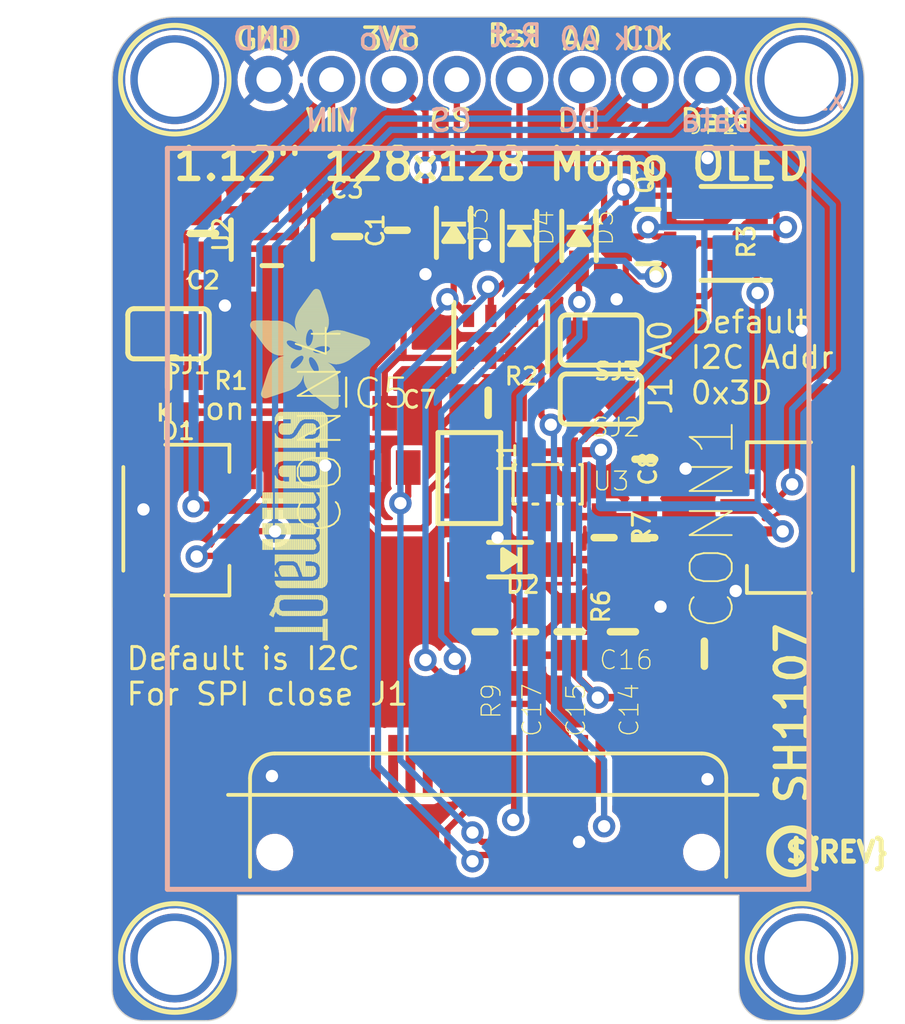
<source format=kicad_pcb>
(kicad_pcb (version 20221018) (generator pcbnew)
  (layers (0 "F.Cu" signal) (31 "B.Cu" signal) (34 "B.Paste" user) (35 "F.Paste" user) (36 "B.SilkS" user "B.Silkscreen") (37 "F.SilkS" user "F.Silkscreen") (38 "B.Mask" user) (39 "F.Mask" user) (44 "Edge.Cuts" user))
  (net 0 "")
  (net 1 "GND")
  (net 2 "SDA")
  (net 3 "SCL")
  (net 4 "3.3V")
  (net 5 "VCC")
  (net 6 "N$2")
  (net 7 "D0/SCLK/SCK_3.3V")
  (net 8 "D1/MOSI/SDA1_3.3V")
  (net 9 "N$9")
  (net 10 "CS_3.3V")
  (net 11 "RST_3.3V")
  (net 12 "DC/SA0_3.3V")
  (net 13 "CS_5.0V")
  (net 14 "RST_5.0V")
  (net 15 "DC/SA0_5.0V")
  (net 16 "N$10")
  (net 17 "N$15")
  (net 18 "12V")
  (net 19 "N$5")
  (net 20 "N$8")
  (net 21 "N$1")
  (footprint "working:RESPACK_4X0603" (layer "F.Cu") (at 149.0091 97.6376 180)
    (fp_text reference "R2")
    (fp_text value "10K")
  )
  (footprint "working:SOD-323" (layer "F.Cu") (at 152.1841 93.5482 -90)
    (fp_text reference "D5")
    (fp_text value "1N4148")
  )
  (footprint "working:0805-NO" (layer "F.Cu") (at 153.9621 109.5756 -90)
    (fp_text reference "C14")
    (fp_text value "10uF")
  )
  (footprint "working:PCBFEAT-REV-040" (layer "F.Cu") (at 160.8201 118.4656)
    (fp_text reference "U$25" hide)
    (fp_text value "" hide)
  )
  (footprint "working:0805-NO" (layer "F.Cu") (at 142.7861 93.5736 90)
    (fp_text reference "C3")
    (fp_text value "10uF")
  )
  (footprint "working:SOT363" (layer "F.Cu") (at 154.9781 93.5736 90)
    (fp_text reference "Q2")
    (fp_text value "BSS138")
  )
  (footprint "working:STEMMAQT" (layer "F.Cu") (at 139.3571 100.6856 -90)
    (fp_text reference "U$31" hide)
    (fp_text value "" hide)
  )
  (footprint "working:CHIPLED_0603_NOOUTLINE" (layer "F.Cu") (at 135.4201 100.6856 90)
    (fp_text reference "D1")
    (fp_text value "GREEN")
  )
  (footprint "working:MOUNTINGHOLE_3.0_PLATEDTHIN" (layer "F.Cu") (at 161.2011 122.7836)
    (fp_text reference "U$21" hide)
    (fp_text value "MOUNTINGHOLE3.0THIN" hide)
  )
  (footprint "working:MOUNTINGHOLE_3.0_PLATEDTHIN" (layer "F.Cu") (at 135.8011 122.7836)
    (fp_text reference "U$19" hide)
    (fp_text value "MOUNTINGHOLE3.0THIN" hide)
  )
  (footprint "working:SOD-123" (layer "F.Cu") (at 149.3901 106.6546 180)
    (fp_text reference "D2")
    (fp_text value "MBR120")
  )
  (footprint "working:FIDUCIAL_1MM" (layer "F.Cu") (at 162.0901 100.0125)
    (fp_text reference "FID4" hide)
    (fp_text value "FIDUCIAL_1MM" hide)
  )
  (footprint "working:0603-NO" (layer "F.Cu") (at 153.2001 105.7656 -90)
    (fp_text reference "R6")
    (fp_text value "100K")
  )
  (footprint "working:0603-NO" (layer "F.Cu") (at 150.0251 109.5756 -90)
    (fp_text reference "C17")
    (fp_text value "1uF")
  )
  (footprint "working:0805-NO" (layer "F.Cu") (at 151.8031 109.5756 -90)
    (fp_text reference "C15")
    (fp_text value "10uF")
  )
  (footprint "working:0603-NO" (layer "F.Cu") (at 135.5471 99.2886)
    (fp_text reference "R1")
    (fp_text value "10K")
  )
  (footprint "working:JST_SH4" (layer "F.Cu") (at 135.8011 105.0036 -90)
    (fp_text reference "CONN4")
    (fp_text value "STEMMA_I2C_QT" hide)
  )
  (footprint "working:SOLDERJUMPER_ARROW_NOPASTE" (layer "F.Cu") (at 153.0731 97.7646 180)
    (fp_text reference "SJ3")
    (fp_text value "")
  )
  (footprint "working:1X08_ROUND_76" (layer "F.Cu") (at 148.5011 87.2236 180)
    (fp_text reference "JP2")
    (fp_text value "")
  )
  (footprint "working:0603-NO" (layer "F.Cu") (at 148.3741 109.5756 -90)
    (fp_text reference "R9")
    (fp_text value "390K")
  )
  (footprint "working:0805-NO" (layer "F.Cu") (at 157.2641 110.4646 180)
    (fp_text reference "C16")
    (fp_text value "10uF")
  )
  (footprint "working:0805-NO" (layer "F.Cu") (at 136.9441 93.4466 -90)
    (fp_text reference "C2")
    (fp_text value "10uF")
  )
  (footprint "working:SOD-323" (layer "F.Cu") (at 149.7711 93.5482 -90)
    (fp_text reference "D4")
    (fp_text value "1N4148")
  )
  (footprint "working:SOD-323" (layer "F.Cu") (at 147.1041 93.4212 -90)
    (fp_text reference "D3")
    (fp_text value "1N4148")
  )
  (footprint "working:FIDUCIAL_1MM" (layer "F.Cu") (at 135.5471 117.3861)
    (fp_text reference "FID3" hide)
    (fp_text value "FIDUCIAL_1MM" hide)
  )
  (footprint "working:0603-NO" (layer "F.Cu") (at 154.8511 102.5906 -90)
    (fp_text reference "R7")
    (fp_text value "10K")
  )
  (footprint "working:SOT23-5@1" (layer "F.Cu") (at 150.9141 103.6066)
    (fp_text reference "U3")
    (fp_text value "FAN5331SX")
  )
  (footprint "working:INDUCTOR_1007" (layer "F.Cu") (at 147.7391 103.3526 -90)
    (fp_text reference "L1")
    (fp_text value "10uH")
  )
  (footprint "working:SOLDERJUMPER_ARROW_NOPASTE" (layer "F.Cu") (at 153.0731 100.155 180)
    (fp_text reference "SJ2")
    (fp_text value "")
  )
  (footprint "working:0603-NO" (layer "F.Cu") (at 154.8511 105.7656 90)
    (fp_text reference "C8")
    (fp_text value "0.1uF")
  )
  (footprint "working:ADAFRUIT_5MM" (layer "F.Cu") (at 138.8491 100.5586)
    (fp_text reference "U$8" hide)
    (fp_text value "" hide)
  )
  (footprint "working:0805-NO" (layer "F.Cu") (at 148.5011 100.3046 180)
    (fp_text reference "C7")
    (fp_text value "10uF")
  )
  (footprint "working:SOT23-5" (layer "F.Cu") (at 139.7381 93.7006 180)
    (fp_text reference "U2")
    (fp_text value "AP2112K-3.3")
  )
  (footprint "working:0603-NO" (layer "F.Cu") (at 144.8181 93.3196 90)
    (fp_text reference "C1")
    (fp_text value "0.1uF")
  )
  (footprint "working:MOUNTINGHOLE_3.0_PLATEDTHIN" (layer "F.Cu") (at 135.8011 87.2236)
    (fp_text reference "U$1" hide)
    (fp_text value "MOUNTINGHOLE3.0THIN" hide)
  )
  (footprint "working:MOUNTINGHOLE_3.0_PLATEDTHIN" (layer "F.Cu") (at 161.2011 87.2236)
    (fp_text reference "U$17" hide)
    (fp_text value "MOUNTINGHOLE3.0THIN" hide)
  )
  (footprint "working:SOLDERJUMPER_CLOSEDWIRE" (layer "F.Cu") (at 135.5471 97.5106 180)
    (fp_text reference "SJ1")
    (fp_text value "")
  )
  (footprint "working:RESPACK_4X0603" (layer "F.Cu") (at 158.5341 93.4466 90)
    (fp_text reference "R3")
    (fp_text value "10K")
  )
  (footprint "working:JST_SH4" (layer "F.Cu") (at 161.2011 105.0036 90)
    (fp_text reference "CONN1")
    (fp_text value "STEMMA_I2C_QT" hide)
  )
  (footprint "working:SOT23" (layer "F.Cu") (at 144.3101 101.8286)
    (fp_text reference "IC5")
    (fp_text value "APX803")
  )
  (footprint "working:OLED_1.12IN_128X128MONO" (layer "B.Cu") (at 148.5011 105.0036 180)
    (fp_text reference "X2")
    (fp_text value "OLED_1.12_128X128_MONO")
  )
  (gr_line (start 137.9601 116.1796) (end 159.4231 116.1796) (stroke (width 0.1524)) (layer "F.SilkS"))
  (gr_line (start 138.3411 124.0536) (end 138.3411 120.2436) (stroke (width 0.05)) (layer "Edge.Cuts"))
  (gr_arc (start 161.2011 84.6836) (mid 162.997151 85.427549) (end 163.7411 87.2236) (stroke (width 0.05)) (layer "Edge.Cuts"))
  (gr_arc (start 134.5311 125.3236) (mid 133.633074 124.951626) (end 133.2611 124.0536) (stroke (width 0.05)) (layer "Edge.Cuts"))
  (gr_arc (start 159.9311 125.3236) (mid 159.033074 124.951626) (end 158.6611 124.0536) (stroke (width 0.05)) (layer "Edge.Cuts"))
  (gr_line (start 138.3411 120.2436) (end 158.6611 120.2436) (stroke (width 0.05)) (layer "Edge.Cuts"))
  (gr_arc (start 163.7411 124.0536) (mid 163.369126 124.951626) (end 162.4711 125.3236) (stroke (width 0.05)) (layer "Edge.Cuts"))
  (gr_line (start 161.2011 84.6836) (end 135.8011 84.6836) (stroke (width 0.05)) (layer "Edge.Cuts"))
  (gr_line (start 133.2611 87.2236) (end 133.2611 124.0536) (stroke (width 0.05)) (layer "Edge.Cuts"))
  (gr_arc (start 133.2611 87.2236) (mid 134.005049 85.427549) (end 135.8011 84.6836) (stroke (width 0.05)) (layer "Edge.Cuts"))
  (gr_line (start 134.5311 125.3236) (end 137.0711 125.3236) (stroke (width 0.05)) (layer "Edge.Cuts"))
  (gr_line (start 159.9311 125.3236) (end 162.4711 125.3236) (stroke (width 0.05)) (layer "Edge.Cuts"))
  (gr_line (start 158.6611 120.2436) (end 158.6611 124.0536) (stroke (width 0.05)) (layer "Edge.Cuts"))
  (gr_arc (start 138.3411 124.0536) (mid 137.969126 124.951626) (end 137.0711 125.3236) (stroke (width 0.05)) (layer "Edge.Cuts"))
  (gr_line (start 163.7411 124.0536) (end 163.7411 87.2236) (stroke (width 0.05)) (layer "Edge.Cuts"))
  (gr_text "VIN" (at 142.1511 88.8746) (layer "B.SilkS") (effects (font (size 0.87376 0.87376) (thickness 0.14224)) (justify mirror)))
  (gr_text "A0" (at 152.1841 85.5726) (layer "B.SilkS") (effects (font (size 0.87376 0.87376) (thickness 0.14224)) (justify mirror)))
  (gr_text "GND" (at 139.4841 85.5726) (layer "B.SilkS") (effects (font (size 0.87376 0.87376) (thickness 0.14224)) (justify mirror)))
  (gr_text "Rst" (at 149.6441 85.4456) (layer "B.SilkS") (effects (font (size 0.87376 0.87376) (thickness 0.14224)) (justify mirror)))
  (gr_text "Clk" (at 154.5971 85.5726) (layer "B.SilkS") (effects (font (size 0.87376 0.87376) (thickness 0.14224)) (justify mirror)))
  (gr_text "CS" (at 146.9771 88.8746) (layer "B.SilkS") (effects (font (size 0.87376 0.87376) (thickness 0.14224)) (justify mirror)))
  (gr_text "DC" (at 152.1841 88.8746) (layer "B.SilkS") (effects (font (size 0.87376 0.87376) (thickness 0.14224)) (justify mirror)))
  (gr_text "3Vo" (at 144.4371 85.5726) (layer "B.SilkS") (effects (font (size 0.87376 0.87376) (thickness 0.14224)) (justify mirror)))
  (gr_text "Data" (at 157.7721 88.8746) (layer "B.SilkS") (effects (font (size 0.87376 0.87376) (thickness 0.14224)) (justify mirror)))
  (gr_text "DC" (at 152.1841 88.8746) (layer "F.SilkS") (effects (font (size 0.87376 0.87376) (thickness 0.14224))))
  (gr_text "Rst" (at 149.5171 85.4456) (layer "F.SilkS") (effects (font (size 0.87376 0.87376) (thickness 0.14224))))
  (gr_text "Clk" (at 154.9781 85.5726) (layer "F.SilkS") (effects (font (size 0.87376 0.87376) (thickness 0.14224))))
  (gr_text "VIN" (at 142.1511 88.8746) (layer "F.SilkS") (effects (font (size 0.87376 0.87376) (thickness 0.14224))))
  (gr_text "A0" (at 155.9941 98.6536 90) (layer "F.SilkS") (effects (font (size 0.89408 0.89408) (thickness 0.12192)) (justify left bottom)))
  (gr_text "Data" (at 157.7721 88.8746) (layer "F.SilkS") (effects (font (size 0.87376 0.87376) (thickness 0.14224))))
  (gr_text "1.12\" 128x128 Mono OLED" (at 148.6281 90.6526) (layer "F.SilkS") (effects (font (size 1.25222 1.25222) (thickness 0.22098))))
  (gr_text "Default is I2C\nFor SPI close J1" (at 133.7691 112.6236) (layer "F.SilkS") (effects (font (size 0.89408 0.89408) (thickness 0.12192)) (justify left bottom)))
  (gr_text "3Vo" (at 144.5641 85.5726) (layer "F.SilkS") (effects (font (size 0.87376 0.87376) (thickness 0.14224))))
  (gr_text "A0" (at 152.3111 85.5726) (layer "F.SilkS") (effects (font (size 0.87376 0.87376) (thickness 0.14224))))
  (gr_text "GND" (at 139.6111 85.5726) (layer "F.SilkS") (effects (font (size 0.87376 0.87376) (thickness 0.14224))))
  (gr_text "J1" (at 154.9781 99.1616 90) (layer "F.SilkS") (effects (font (size 0.89408 0.89408) (thickness 0.12192)) (justify right top)))
  (gr_text "Default\nI2C Addr\n0x3D" (at 156.6291 100.4316) (layer "F.SilkS") (effects (font (size 0.89408 0.89408) (thickness 0.12192)) (justify left bottom)))
  (gr_text "CS" (at 146.9771 88.8746) (layer "F.SilkS") (effects (font (size 0.87376 0.87376) (thickness 0.14224))))
  (gr_text "on" (at 136.9441 101.0666) (layer "F.SilkS") (effects (font (size 0.89408 0.89408) (thickness 0.12192)) (justify left bottom)))
  (gr_text "SH1107" (at 160.8201 112.8776 90) (layer "F.SilkS") (effects (font (size 1.25222 1.25222) (thickness 0.22098))))
  (via (at 152.1841 118.0846) (size 0.9064) (drill 0.5) (layers "F.Cu" "B.Cu") (net 1))
  (via (at 161.2011 97.3836) (size 0.9064) (drill 0.5) (layers "F.Cu" "B.Cu") (net 1))
  (via (at 145.9611 95.0976) (size 0.9064) (drill 0.5) (layers "F.Cu" "B.Cu") (net 1))
  (via (at 148.8821 105.7656) (size 0.9064) (drill 0.5) (layers "F.Cu" "B.Cu") (net 1))
  (via (at 137.8331 96.3676) (size 0.9064) (drill 0.5) (layers "F.Cu" "B.Cu") (net 1))
  (via (at 141.8971 102.8446) (size 0.9064) (drill 0.5) (layers "F.Cu" "B.Cu") (net 1))
  (via (at 134.5311 104.6226) (size 0.9064) (drill 0.5) (layers "F.Cu" "B.Cu") (net 1))
  (via (at 157.3911 115.5446) (size 0.9064) (drill 0.5) (layers "F.Cu" "B.Cu") (net 1))
  (via (at 148.3741 93.9546) (size 0.9064) (drill 0.5) (layers "F.Cu" "B.Cu") (net 1))
  (via (at 157.3911 90.3986) (size 0.9064) (drill 0.5) (layers "F.Cu" "B.Cu") (net 1))
  (via (at 153.7081 96.1136) (size 0.9064) (drill 0.5) (layers "F.Cu" "B.Cu") (net 1))
  (via (at 155.4861 108.5596) (size 0.9064) (drill 0.5) (layers "F.Cu" "B.Cu") (net 1))
  (via (at 156.5021 102.9716) (size 0.9064) (drill 0.5) (layers "F.Cu" "B.Cu") (net 1))
  (via (at 139.7381 115.4176) (size 0.9064) (drill 0.5) (layers "F.Cu" "B.Cu") (net 1))
  (via (at 158.5341 107.9246) (size 0.9064) (drill 0.5) (layers "F.Cu" "B.Cu") (net 1))
  (segment (start 156.264875 93.0434) (end 156.268075 93.0466) (width 0.254) (layer "F.Cu") (net 2))
  (segment (start 158.5341 92.5576) (end 158.5341 88.3666) (width 0.254) (layer "F.Cu") (net 2))
  (segment (start 155.8781 92.8236) (end 156.0979 93.0434) (width 0.254) (layer "F.Cu") (net 2))
  (segment (start 158.0451 93.0466) (end 158.5341 92.5576) (width 0.254) (layer "F.Cu") (net 2))
  (segment (start 138.3151 105.5036) (end 139.8571 105.5036) (width 0.254) (layer "F.Cu") (net 2))
  (segment (start 159.9231 104.5036) (end 158.6871 104.5036) (width 0.254) (layer "F.Cu") (net 2))
  (segment (start 156.268075 93.0466) (end 157.6841 93.0466) (width 0.254) (layer "F.Cu") (net 2))
  (segment (start 156.0979 93.0434) (end 156.264875 93.0434) (width 0.254) (layer "F.Cu") (net 2))
  (segment (start 157.6841 93.0466) (end 158.0451 93.0466) (width 0.254) (layer "F.Cu") (net 2))
  (segment (start 158.5341 88.3666) (end 157.3911 87.2236) (width 0.254) (layer "F.Cu") (net 2))
  (segment (start 160.8201 103.6066) (end 159.9231 104.5036) (width 0.254) (layer "F.Cu") (net 2))
  (segment (start 139.8571 105.5036) (end 139.8651 105.5116) (width 0.254) (layer "F.Cu") (net 2))
  (via (at 160.8201 103.6066) (size 0.9064) (drill 0.5) (layers "F.Cu" "B.Cu") (net 2))
  (via (at 139.8651 105.5116) (size 0.9064) (drill 0.5) (layers "F.Cu" "B.Cu") (net 2))
  (segment (start 144.5641 89.2556) (end 155.8671 89.2556) (width 0.254) (layer "B.Cu") (net 2))
  (segment (start 162.4711 98.9076) (end 160.8201 100.5586) (width 0.254) (layer "B.Cu") (net 2))
  (segment (start 160.8201 100.5586) (end 160.8201 103.6066) (width 0.254) (layer "B.Cu") (net 2))
  (segment (start 162.4711 92.3036) (end 162.4711 98.9076) (width 0.254) (layer "B.Cu") (net 2))
  (segment (start 157.3911 87.2236) (end 157.6451 87.4776) (width 0.254) (layer "B.Cu") (net 2))
  (segment (start 139.8651 105.5116) (end 139.8651 93.9546) (width 0.254) (layer "B.Cu") (net 2))
  (segment (start 139.8651 93.9546) (end 144.5641 89.2556) (width 0.254) (layer "B.Cu") (net 2))
  (segment (start 155.8671 89.2556) (end 157.6451 87.4776) (width 0.254) (layer "B.Cu") (net 2))
  (segment (start 157.6451 87.4776) (end 162.4711 92.3036) (width 0.254) (layer "B.Cu") (net 2))
  (segment (start 157.6841 102.5006) (end 157.6841 95.6936) (width 0.254) (layer "F.Cu") (net 3))
  (segment (start 158.6871 103.5036) (end 157.6841 102.5006) (width 0.254) (layer "F.Cu") (net 3))
  (segment (start 154.8511 88.6206) (end 154.8511 87.2236) (width 0.254) (layer "F.Cu") (net 3))
  (segment (start 153.3151 94.3236) (end 153.2001 94.2086) (width 0.254) (layer "F.Cu") (net 3))
  (segment (start 157.6841 95.6936) (end 157.3911 95.9866) (width 0.254) (layer "F.Cu") (net 3))
  (segment (start 136.7141 106.5036) (end 136.6901 106.5276) (width 0.254) (layer "F.Cu") (net 3))
  (segment (start 157.3911 95.9866) (end 154.9781 95.9866) (width 0.254) (layer "F.Cu") (net 3))
  (segment (start 154.0781 94.3236) (end 153.3151 94.3236) (width 0.254) (layer "F.Cu") (net 3))
  (segment (start 154.0781 95.0866) (end 154.0781 94.3236) (width 0.254) (layer "F.Cu") (net 3))
  (segment (start 153.2001 90.2716) (end 154.8511 88.6206) (width 0.254) (layer "F.Cu") (net 3))
  (segment (start 157.6841 95.6936) (end 157.6841 94.7466) (width 0.254) (layer "F.Cu") (net 3))
  (segment (start 154.9781 95.9866) (end 154.0781 95.0866) (width 0.254) (layer "F.Cu") (net 3))
  (segment (start 138.3151 106.5036) (end 136.7141 106.5036) (width 0.254) (layer "F.Cu") (net 3))
  (segment (start 153.2001 94.2086) (end 153.2001 90.2716) (width 0.254) (layer "F.Cu") (net 3))
  (via (at 136.6901 106.5276) (size 0.9064) (drill 0.5) (layers "F.Cu" "B.Cu") (net 3))
  (segment (start 139.2301 93.943019) (end 144.374718 88.7984) (width 0.254) (layer "B.Cu") (net 3))
  (segment (start 153.2763 88.7984) (end 154.8511 87.2236) (width 0.254) (layer "B.Cu") (net 3))
  (segment (start 144.374718 88.7984) (end 153.2763 88.7984) (width 0.254) (layer "B.Cu") (net 3))
  (segment (start 139.2301 103.9876) (end 139.2301 93.943019) (width 0.254) (layer "B.Cu") (net 3))
  (segment (start 136.6901 106.5276) (end 139.2301 103.9876) (width 0.254) (layer "B.Cu") (net 3))
  (segment (start 146.8501 119.1006) (end 147.4851 119.7356) (width 0.254) (layer "F.Cu") (net 4))
  (segment (start 146.8501 117.5766) (end 146.8501 119.1006) (width 0.254) (layer "F.Cu") (net 4))
  (segment (start 142.7861 94.5236) (end 143.1401 94.1696) (width 0.3048) (layer "F.Cu") (net 4))
  (segment (start 153.8351 112.2426) (end 152.9461 112.2426) (width 0.3048) (layer "F.Cu") (net 4))
  (segment (start 151.8031 110.5256) (end 150.0861 110.5256) (width 0.3048) (layer "F.Cu") (net 4))
  (segment (start 145.0721 98.4876) (end 144.8571 98.4876) (width 0.254) (layer "F.Cu") (net 4))
  (segment (start 145.9611 93.1926) (end 144.8181 94.3356) (width 0.254) (layer "F.Cu") (net 4))
  (segment (start 151.8031 111.0996) (end 151.8031 110.5256) (width 0.3048) (layer "F.Cu") (net 4))
  (segment (start 147.4851 119.7356) (end 153.2001 119.7356) (width 0.254) (layer "F.Cu") (net 4))
  (segment (start 136.1701 100.6856) (end 144.2671 100.6856) (width 0.3048) (layer "F.Cu") (net 4))
  (segment (start 155.2431 93.5736) (end 154.9781 93.3086) (width 0.254) (layer "F.Cu") (net 4))
  (segment (start 151.8031 111.0996) (end 152.7556 112.0521) (width 0.3048) (layer "F.Cu") (net 4))
  (segment (start 140.6881 95.0007) (end 141.1652 94.5236) (width 0.3048) (layer "F.Cu") (net 4))
  (segment (start 160.1851 93.7006) (end 160.1851 93.1926) (width 0.254) (layer "F.Cu") (net 4))
  (segment (start 144.3101 99.0346) (end 144.3101 100.7286) (width 0.254) (layer "F.Cu") (net 4))
  (segment (start 143.1401 94.1696) (end 144.8181 94.1696) (width 0.3048) (layer "F.Cu") (net 4))
  (segment (start 160.0391 93.8466) (end 160.1851 93.7006) (width 0.254) (layer "F.Cu") (net 4))
  (segment (start 155.8781 93.5736) (end 155.2431 93.5736) (width 0.254) (layer "F.Cu") (net 4))
  (segment (start 160.1851 92.6846) (end 159.6471 92.1466) (width 0.254) (layer "F.Cu") (net 4))
  (segment (start 152.7556 112.0521) (end 152.9461 112.2426) (width 0.254) (layer "F.Cu") (net 4))
  (segment (start 154.9781 93.3086) (end 154.7131 93.5736) (width 0.254) (layer "F.Cu") (net 4))
  (segment (start 144.6911 87.2236) (end 145.9611 88.4936) (width 0.254) (layer "F.Cu") (net 4))
  (segment (start 144.8181 94.1696) (end 144.8181 94.3356) (width 0.3048) (layer "F.Cu") (net 4))
  (segment (start 145.9611 90.7796) (end 145.9611 93.1926) (width 0.254) (layer "F.Cu") (net 4))
  (segment (start 145.9611 88.4936) (end 145.9611 90.7796) (width 0.254) (layer "F.Cu") (net 4))
  (segment (start 148.1511 115.0036) (end 148.1511 116.2756) (width 0.254) (layer "F.Cu") (net 4))
  (segment (start 141.1652 94.5236) (end 142.7861 94.5236) (width 0.3048) (layer "F.Cu") (net 4))
  (segment (start 145.0721 94.4236) (end 145.0721 98.4876) (width 0.254) (layer "F.Cu") (net 4))
  (segment (start 149.4091 98.4876) (end 149.4091 97.9996) (width 0.254) (layer "F.Cu") (net 4))
  (segment (start 147.7091 98.4876) (end 145.0721 98.4876) (width 0.254) (layer "F.Cu") (net 4))
  (segment (start 144.8571 98.4876) (end 144.3101 99.0346) (width 0.254) (layer "F.Cu") (net 4))
  (segment (start 154.7131 93.5736) (end 154.0781 93.5736) (width 0.254) (layer "F.Cu") (net 4))
  (segment (start 149.4091 97.9996) (end 150.3091 97.0996) (width 0.254) (layer "F.Cu") (net 4))
  (segment (start 150.0861 110.5256) (end 150.0251 110.4646) (width 0.3048) (layer "F.Cu") (net 4))
  (segment (start 154.4511 112.8586) (end 153.8351 112.2426) (width 0.3048) (layer "F.Cu") (net 4))
  (segment (start 144.8181 94.1696) (end 145.0721 94.4236) (width 0.254) (layer "F.Cu") (net 4))
  (segment (start 159.6471 92.1466) (end 159.3841 92.1466) (width 0.254) (layer "F.Cu") (net 4))
  (segment (start 160.1851 93.1926) (end 160.1851 92.6846) (width 0.254) (layer "F.Cu") (net 4))
  (segment (start 150.0251 110.4646) (end 150.0251 110.4256) (width 0.3048) (layer "F.Cu") (net 4))
  (segment (start 148.6091 98.4876) (end 149.4091 98.4876) (width 0.3048) (layer "F.Cu") (net 4))
  (segment (start 154.4511 118.4846) (end 154.4511 115.0036) (width 0.254) (layer "F.Cu") (net 4))
  (segment (start 148.1511 116.2756) (end 146.8501 117.5766) (width 0.254) (layer "F.Cu") (net 4))
  (segment (start 147.7091 98.4876) (end 148.6091 98.4876) (width 0.3048) (layer "F.Cu") (net 4))
  (segment (start 154.9781 93.1926) (end 154.9781 93.3086) (width 0.254) (layer "F.Cu") (net 4))
  (segment (start 160.5661 93.1926) (end 160.1851 93.1926) (width 0.254) (layer "F.Cu") (net 4))
  (segment (start 159.3841 93.8466) (end 160.0391 93.8466) (width 0.254) (layer "F.Cu") (net 4))
  (segment (start 153.2001 119.7356) (end 154.4511 118.4846) (width 0.254) (layer "F.Cu") (net 4))
  (segment (start 154.4511 115.0036) (end 154.4511 112.8586) (width 0.3048) (layer "F.Cu") (net 4))
  (segment (start 144.2671 100.6856) (end 144.3101 100.7286) (width 0.3048) (layer "F.Cu") (net 4))
  (segment (start 150.3091 97.0996) (end 150.3091 96.7876) (width 0.254) (layer "F.Cu") (net 4))
  (segment (start 148.1511 115.0036) (end 148.8511 115.0036) (width 0.3048) (layer "F.Cu") (net 4))
  (via (at 145.9611 90.7796) (size 0.9064) (drill 0.5) (layers "F.Cu" "B.Cu") (net 4))
  (via (at 154.9781 93.1926) (size 0.9064) (drill 0.5) (layers "F.Cu" "B.Cu") (net 4))
  (via (at 160.5661 93.1926) (size 0.9064) (drill 0.5) (layers "F.Cu" "B.Cu") (net 4))
  (via (at 152.9461 112.2426) (size 0.9064) (drill 0.5) (layers "F.Cu" "B.Cu") (net 4))
  (segment (start 155.6131 91.2876) (end 155.6131 93.1926) (width 0.254) (layer "B.Cu") (net 4))
  (segment (start 152.9461 112.2426) (end 152.1841 111.4806) (width 0.254) (layer "B.Cu") (net 4))
  (segment (start 157.2641 96.8756) (end 152.1841 101.9556) (width 0.254) (layer "B.Cu") (net 4))
  (segment (start 154.7241 90.3986) (end 155.6131 91.2876) (width 0.254) (layer "B.Cu") (net 4))
  (segment (start 154.9781 93.1926) (end 155.6131 93.1926) (width 0.254) (layer "B.Cu") (net 4))
  (segment (start 146.3421 90.3986) (end 154.7241 90.3986) (width 0.254) (layer "B.Cu") (net 4))
  (segment (start 157.2641 93.1926) (end 160.5661 93.1926) (width 0.254) (layer "B.Cu") (net 4))
  (segment (start 152.1841 111.4806) (end 152.1841 101.9556) (width 0.254) (layer "B.Cu") (net 4))
  (segment (start 157.2641 93.1926) (end 157.2641 96.8756) (width 0.254) (layer "B.Cu") (net 4))
  (segment (start 145.9611 90.7796) (end 146.3421 90.3986) (width 0.254) (layer "B.Cu") (net 4))
  (segment (start 155.6131 93.1926) (end 157.2641 93.1926) (width 0.254) (layer "B.Cu") (net 4))
  (segment (start 160.4391 105.5116) (end 158.6951 105.5116) (width 0.4064) (layer "F.Cu") (net 5))
  (segment (start 146.0881 105.1306) (end 146.0881 103.8766) (width 0.254) (layer "F.Cu") (net 5))
  (segment (start 147.82 102.3065) (end 149.9641 102.3065) (width 0.3048) (layer "F.Cu") (net 5))
  (segment (start 159.3841 93.0466) (end 158.9341 93.0466) (width 0.254) (layer "F.Cu") (net 5))
  (segment (start 149.802 102.3065) (end 149.4511 101.9556) (width 0.3048) (layer "F.Cu") (net 5))
  (segment (start 151.2951 102.3065) (end 151.8641 102.3065) (width 0.3048) (layer "F.Cu") (net 5))
  (segment (start 149.4511 101.9556) (end 149.4511 100.3046) (width 0.3048) (layer "F.Cu") (net 5))
  (segment (start 138.692 92.4966) (end 136.9441 92.4966) (width 0.3048) (layer "F.Cu") (net 5))
  (segment (start 144.1831 105.3846) (end 145.8341 105.3846) (width 0.254) (layer "F.Cu") (net 5))
  (segment (start 140.6881 93.3856) (end 140.6881 92.4005) (width 0.3048) (layer "F.Cu") (net 5))
  (segment (start 152.9762 102.3065) (end 153.0731 102.2096) (width 0.4064) (layer "F.Cu") (net 5))
  (segment (start 143.3021 104.5036) (end 144.1831 105.3846) (width 0.254) (layer "F.Cu") (net 5))
  (segment (start 147.7391 102.2256) (end 147.82 102.3065) (width 0.3048) (layer "F.Cu") (net 5))
  (segment (start 142.1511 87.2236) (end 142.1511 90.0176) (width 0.3048) (layer "F.Cu") (net 5))
  (segment (start 159.3841 95.8206) (end 159.4231 95.8596) (width 0.254) (layer "F.Cu") (net 5))
  (segment (start 138.7881 92.4005) (end 138.692 92.4966) (width 0.3048) (layer "F.Cu") (net 5))
  (segment (start 145.8341 105.3846) (end 146.0881 105.1306) (width 0.254) (layer "F.Cu") (net 5))
  (segment (start 159.3841 94.7466) (end 159.3841 95.8206) (width 0.254) (layer "F.Cu") (net 5))
  (segment (start 151.8641 102.3065) (end 149.802 102.3065) (width 0.3048) (layer "F.Cu") (net 5))
  (segment (start 140.6881 91.4806) (end 140.6881 92.4005) (width 0.3048) (layer "F.Cu") (net 5))
  (segment (start 142.1511 90.0176) (end 140.6881 91.4806) (width 0.3048) (layer "F.Cu") (net 5))
  (segment (start 138.7881 92.4005) (end 138.7881 93.3856) (width 0.3048) (layer "F.Cu") (net 5))
  (segment (start 140.5001 93.5736) (end 140.6881 93.3856) (width 0.3048) (layer "F.Cu") (net 5))
  (segment (start 158.5341 94.4626) (end 158.8181 94.7466) (width 0.254) (layer "F.Cu") (net 5))
  (segment (start 149.9641 102.3065) (end 151.2951 102.3065) (width 0.3048) (layer "F.Cu") (net 5))
  (segment (start 138.3151 104.5036) (end 143.3021 104.5036) (width 0.254) (layer "F.Cu") (net 5))
  (segment (start 158.8181 94.7466) (end 159.3841 94.7466) (width 0.254) (layer "F.Cu") (net 5))
  (segment (start 136.5711 104.5036) (end 136.5631 104.4956) (width 0.4064) (layer "F.Cu") (net 5))
  (segment (start 138.9761 93.5736) (end 140.5001 93.5736) (width 0.3048) (layer "F.Cu") (net 5))
  (segment (start 151.2951 102.3065) (end 152.9762 102.3065) (width 0.4064) (layer "F.Cu") (net 5))
  (segment (start 158.9341 93.0466) (end 158.5341 93.4466) (width 0.254) (layer "F.Cu") (net 5))
  (segment (start 136.5711 104.5036) (end 138.3151 104.5036) (width 0.4064) (layer "F.Cu") (net 5))
  (segment (start 146.0881 103.8766) (end 147.7391 102.2256) (width 0.254) (layer "F.Cu") (net 5))
  (segment (start 138.7881 93.3856) (end 138.9761 93.5736) (width 0.3048) (layer "F.Cu") (net 5))
  (segment (start 158.6951 105.5116) (end 158.6871 105.5036) (width 0.4064) (layer "F.Cu") (net 5))
  (segment (start 158.5341 93.4466) (end 158.5341 94.4626) (width 0.254) (layer "F.Cu") (net 5))
  (via (at 136.5631 104.4956) (size 0.9064) (drill 0.5) (layers "F.Cu" "B.Cu") (net 5))
  (via (at 159.4231 95.8596) (size 0.9064) (drill 0.5) (layers "F.Cu" "B.Cu") (net 5))
  (via (at 160.4391 105.5116) (size 0.9064) (drill 0.5) (layers "F.Cu" "B.Cu") (net 5))
  (via (at 153.0731 102.2096) (size 0.9064) (drill 0.5) (layers "F.Cu" "B.Cu") (net 5))
  (segment (start 153.0731 104.4956) (end 159.4231 104.4956) (width 0.4064) (layer "B.Cu") (net 5))
  (segment (start 159.4231 95.8596) (end 159.4231 104.4956) (width 0.254) (layer "B.Cu") (net 5))
  (segment (start 142.1511 87.9856) (end 136.5631 93.5736) (width 0.4064) (layer "B.Cu") (net 5))
  (segment (start 142.1511 87.2236) (end 142.1511 87.9856) (width 0.4064) (layer "B.Cu") (net 5))
  (segment (start 153.0731 102.2096) (end 153.0731 104.4956) (width 0.4064) (layer "B.Cu") (net 5))
  (segment (start 159.4231 104.4956) (end 160.4391 105.5116) (width 0.4064) (layer "B.Cu") (net 5))
  (segment (start 136.5631 104.4956) (end 136.5631 93.5736) (width 0.4064) (layer "B.Cu") (net 5))
  (segment (start 134.6971 99.2886) (end 134.6971 100.6586) (width 0.3048) (layer "F.Cu") (net 6))
  (segment (start 134.6971 100.6586) (end 134.6701 100.6856) (width 0.3048) (layer "F.Cu") (net 6))
  (segment (start 156.9911 93.8466) (end 157.6841 93.8466) (width 0.254) (layer "F.Cu") (net 7))
  (segment (start 147.4511 110.9737) (end 147.15005 110.67265) (width 0.254) (layer "F.Cu") (net 7))
  (segment (start 155.20855 95.10915) (end 155.9941 94.3236) (width 0.254) (layer "F.Cu") (net 7))
  (segment (start 147.4511 115.0036) (end 147.4511 110.9737) (width 0.254) (layer "F.Cu") (net 7))
  (segment (start 155.9941 94.3236) (end 156.5141 94.3236) (width 0.254) (layer "F.Cu") (net 7))
  (segment (start 155.8781 94.3236) (end 155.9941 94.3236) (width 0.254) (layer "F.Cu") (net 7))
  (segment (start 156.5141 94.3236) (end 156.9911 93.8466) (width 0.254) (layer "F.Cu") (net 7))
  (segment (start 155.2906 95.1912) (end 155.20855 95.10915) (width 0.254) (layer "F.Cu") (net 7))
  (via (at 155.2906 95.1912) (size 0.9064) (drill 0.5) (layers "F.Cu" "B.Cu") (net 7))
  (via (at 147.15005 110.67265) (size 0.9064) (drill 0.5) (layers "F.Cu" "B.Cu") (net 7))
  (segment (start 154.6556 95.1912) (end 154.0206 94.5562) (width 0.254) (layer "B.Cu") (net 7))
  (segment (start 154.0206 94.5562) (end 152.7255 94.5562) (width 0.254) (layer "B.Cu") (net 7))
  (segment (start 154.6556 95.1912) (end 155.2906 95.1912) (width 0.254) (layer "B.Cu") (net 7))
  (segment (start 146.5961 100.6856) (end 146.5961 109.7377) (width 0.254) (layer "B.Cu") (net 7))
  (segment (start 147.15005 110.67265) (end 147.15005 110.29165) (width 0.254) (layer "B.Cu") (net 7))
  (segment (start 146.5961 100.6856) (end 152.7255 94.5562) (width 0.254) (layer "B.Cu") (net 7))
  (segment (start 147.15005 110.29165) (end 146.5961 109.7377) (width 0.254) (layer "B.Cu") (net 7))
  (segment (start 154.9791 91.9226) (end 157.4601 91.9226) (width 0.254) (layer "F.Cu") (net 8))
  (segment (start 153.9835 91.6686) (end 154.0781 91.7632) (width 0.254) (layer "F.Cu") (net 8))
  (segment (start 157.4601 91.9226) (end 157.6841 92.1466) (width 0.254) (layer "F.Cu") (net 8))
  (segment (start 154.0781 92.8236) (end 154.9791 91.9226) (width 0.254) (layer "F.Cu") (net 8))
  (segment (start 154.0781 91.7632) (end 154.0781 92.8236) (width 0.254) (layer "F.Cu") (net 8))
  (segment (start 146.7511 111.5086) (end 145.9611 110.7186) (width 0.254) (layer "F.Cu") (net 8))
  (segment (start 146.7511 115.0036) (end 146.7511 111.5086) (width 0.254) (layer "F.Cu") (net 8))
  (via (at 153.9835 91.6686) (size 0.9064) (drill 0.5) (layers "F.Cu" "B.Cu") (net 8))
  (via (at 145.9611 110.7186) (size 0.9064) (drill 0.5) (layers "F.Cu" "B.Cu") (net 8))
  (segment (start 145.9611 99.691) (end 145.9611 110.7186) (width 0.254) (layer "B.Cu") (net 8))
  (segment (start 145.9611 99.691) (end 153.9835 91.6686) (width 0.254) (layer "B.Cu") (net 8))
  (segment (start 151.2725 101.1936) (end 151.0411 101.1936) (width 0.254) (layer "F.Cu") (net 9))
  (segment (start 151.0411 101.1936) (end 150.6601 100.8126) (width 0.254) (layer "F.Cu") (net 9))
  (segment (start 153.0511 115.0036) (end 153.2001 115.1526) (width 0.254) (layer "F.Cu") (net 9))
  (segment (start 150.6601 100.8126) (end 150.6601 98.8386) (width 0.254) (layer "F.Cu") (net 9))
  (segment (start 153.2001 115.1526) (end 153.2001 117.4496) (width 0.254) (layer "F.Cu") (net 9))
  (segment (start 152.0571 100.409) (end 151.2725 101.1936) (width 0.254) (layer "F.Cu") (net 9))
  (segment (start 150.6601 98.8386) (end 150.3091 98.4876) (width 0.254) (layer "F.Cu") (net 9))
  (segment (start 152.0571 100.155) (end 152.0571 100.409) (width 0.254) (layer "F.Cu") (net 9))
  (via (at 153.2001 117.4496) (size 0.9064) (drill 0.5) (layers "F.Cu" "B.Cu") (net 9))
  (via (at 151.0411 101.1936) (size 0.9064) (drill 0.5) (layers "F.Cu" "B.Cu") (net 9))
  (segment (start 153.2001 114.7826) (end 151.1681 112.7506) (width 0.254) (layer "B.Cu") (net 9))
  (segment (start 151.1681 101.3206) (end 151.1681 112.7506) (width 0.254) (layer "B.Cu") (net 9))
  (segment (start 153.2001 117.4496) (end 153.2001 114.7826) (width 0.254) (layer "B.Cu") (net 9))
  (segment (start 151.1681 101.3206) (end 151.0411 101.1936) (width 0.254) (layer "B.Cu") (net 9))
  (segment (start 147.1041 94.6912) (end 147.1041 96.1826) (width 0.254) (layer "F.Cu") (net 10))
  (segment (start 147.2601 96.3386) (end 147.7091 96.7876) (width 0.254) (layer "F.Cu") (net 10))
  (segment (start 147.2601 96.3386) (end 147.0751 96.3386) (width 0.254) (layer "F.Cu") (net 10))
  (segment (start 150.5117 118.614) (end 150.9511 118.1746) (width 0.254) (layer "F.Cu") (net 10))
  (segment (start 150.5117 118.614) (end 148.1201 118.614) (width 0.254) (layer "F.Cu") (net 10))
  (segment (start 147.1041 96.1826) (end 147.2601 96.3386) (width 0.254) (layer "F.Cu") (net 10))
  (segment (start 150.9511 118.1746) (end 150.9511 115.0036) (width 0.254) (layer "F.Cu") (net 10))
  (segment (start 147.0751 96.3386) (end 146.8501 96.1136) (width 0.254) (layer "F.Cu") (net 10))
  (segment (start 147.8661 118.868) (end 148.1201 118.614) (width 0.254) (layer "F.Cu") (net 10))
  (via (at 146.8501 96.1136) (size 0.9064) (drill 0.5) (layers "F.Cu" "B.Cu") (net 10))
  (via (at 147.8661 118.868) (size 0.9064) (drill 0.5) (layers "F.Cu" "B.Cu") (net 10))
  (segment (start 146.8501 96.250419) (end 144.0347 99.065819) (width 0.254) (layer "B.Cu") (net 10))
  (segment (start 146.8501 96.1136) (end 146.8501 96.250419) (width 0.254) (layer "B.Cu") (net 10))
  (segment (start 147.8661 118.868) (end 147.8661 118.8466) (width 0.254) (layer "B.Cu") (net 10))
  (segment (start 147.8661 118.8466) (end 144.0347 115.0152) (width 0.254) (layer "B.Cu") (net 10))
  (segment (start 144.0347 99.065819) (end 144.0347 115.0152) (width 0.254) (layer "B.Cu") (net 10))
  (segment (start 148.6091 95.7136) (end 148.6091 95.9802) (width 0.254) (layer "F.Cu") (net 11))
  (segment (start 150.4061 116.8146) (end 150.4061 117.7036) (width 0.254) (layer "F.Cu") (net 11))
  (segment (start 144.9451 104.3686) (end 144.9631 104.3686) (width 0.254) (layer "F.Cu") (net 11))
  (segment (start 150.2511 115.0036) (end 150.2511 116.6596) (width 0.254) (layer "F.Cu") (net 11))
  (segment (start 150.2511 116.6596) (end 150.4061 116.8146) (width 0.254) (layer "F.Cu") (net 11))
  (segment (start 148.5011 95.6056) (end 148.6091 95.7136) (width 0.254) (layer "F.Cu") (net 11))
  (segment (start 148.6091 96.7876) (end 148.6091 95.9802) (width 0.254) (layer "F.Cu") (net 11))
  (segment (start 145.2601 104.0716) (end 145.2601 102.9286) (width 0.254) (layer "F.Cu") (net 11))
  (segment (start 145.2601 104.0716) (end 144.9631 104.3686) (width 0.254) (layer "F.Cu") (net 11))
  (segment (start 150.0251 118.0846) (end 148.2471 118.0846) (width 0.254) (layer "F.Cu") (net 11))
  (segment (start 150.4061 117.7036) (end 150.0251 118.0846) (width 0.254) (layer "F.Cu") (net 11))
  (segment (start 148.2471 118.0846) (end 147.8661 117.7036) (width 0.254) (layer "F.Cu") (net 11))
  (segment (start 148.6091 95.9802) (end 149.7711 94.8182) (width 0.254) (layer "F.Cu") (net 11))
  (via (at 148.5011 95.6056) (size 0.9064) (drill 0.5) (layers "F.Cu" "B.Cu") (net 11))
  (via (at 147.8661 117.7036) (size 0.9064) (drill 0.5) (layers "F.Cu" "B.Cu") (net 11))
  (via (at 144.9451 104.3686) (size 0.9064) (drill 0.5) (layers "F.Cu" "B.Cu") (net 11))
  (segment (start 147.8661 117.7036) (end 144.9451 114.7826) (width 0.254) (layer "B.Cu") (net 11))
  (segment (start 148.5011 95.8596) (end 148.5011 95.6056) (width 0.254) (layer "B.Cu") (net 11))
  (segment (start 144.9451 104.3686) (end 144.9451 99.4156) (width 0.254) (layer "B.Cu") (net 11))
  (segment (start 144.9451 104.3686) (end 144.9451 114.7826) (width 0.254) (layer "B.Cu") (net 11))
  (segment (start 144.9451 99.4156) (end 148.5011 95.8596) (width 0.254) (layer "B.Cu") (net 11))
  (segment (start 149.5511 117.1616) (end 149.5171 117.1956) (width 0.254) (layer "F.Cu") (net 12))
  (segment (start 149.4091 96.3486) (end 149.7711 95.9866) (width 0.254) (layer "F.Cu") (net 12))
  (segment (start 152.1968 96.600294) (end 152.1968 96.2279) (width 0.254) (layer "F.Cu") (net 12))
  (segment (start 151.0157 95.9866) (end 152.1841 94.8182) (width 0.254) (layer "F.Cu") (net 12))
  (segment (start 149.4091 96.7876) (end 149.4091 96.3486) (width 0.254) (layer "F.Cu") (net 12))
  (segment (start 149.7711 95.9866) (end 151.0157 95.9866) (width 0.254) (layer "F.Cu") (net 12))
  (segment (start 149.5511 115.0036) (end 149.5511 117.1616) (width 0.254) (layer "F.Cu") (net 12))
  (segment (start 152.0571 97.7646) (end 152.0571 96.739994) (width 0.254) (layer "F.Cu") (net 12))
  (segment (start 152.1968 96.600294) (end 152.0571 96.739994) (width 0.254) (layer "F.Cu") (net 12))
  (segment (start 152.1841 96.2279) (end 152.1841 94.8182) (width 0.254) (layer "F.Cu") (net 12))
  (segment (start 152.1841 96.2279) (end 152.1968 96.2279) (width 0.254) (layer "F.Cu") (net 12))
  (via (at 152.1968 96.2279) (size 0.9064) (drill 0.5) (layers "F.Cu" "B.Cu") (net 12))
  (via (at 149.5171 117.1956) (size 0.9064) (drill 0.5) (layers "F.Cu" "B.Cu") (net 12))
  (segment (start 152.1968 97.6249) (end 152.1968 96.2279) (width 0.254) (layer "B.Cu") (net 12))
  (segment (start 149.7711 100.0506) (end 149.7711 116.9416) (width 0.254) (layer "B.Cu") (net 12))
  (segment (start 149.7711 100.0506) (end 152.1968 97.6249) (width 0.254) (layer "B.Cu") (net 12))
  (segment (start 149.5171 117.1956) (end 149.7711 116.9416) (width 0.254) (layer "B.Cu") (net 12))
  (segment (start 147.2311 87.2236) (end 147.2311 92.0242) (width 0.254) (layer "F.Cu") (net 13))
  (segment (start 147.2311 92.0242) (end 147.1041 92.1512) (width 0.254) (layer "F.Cu") (net 13))
  (segment (start 149.7711 87.2236) (end 149.7711 92.2782) (width 0.254) (layer "F.Cu") (net 14))
  (segment (start 152.3111 87.2236) (end 152.3111 92.1512) (width 0.254) (layer "F.Cu") (net 15))
  (segment (start 152.3111 92.1512) (end 152.1841 92.2782) (width 0.254) (layer "F.Cu") (net 15))
  (segment (start 151.6511 115.0036) (end 151.6511 113.6146) (width 0.254) (layer "F.Cu") (net 16))
  (segment (start 148.3741 111.9886) (end 148.3741 110.4256) (width 0.254) (layer "F.Cu") (net 16))
  (segment (start 150.5331 112.4966) (end 148.8821 112.4966) (width 0.254) (layer "F.Cu") (net 16))
  (segment (start 148.8821 112.4966) (end 148.3741 111.9886) (width 0.254) (layer "F.Cu") (net 16))
  (segment (start 151.6511 113.6146) (end 150.5331 112.4966) (width 0.254) (layer "F.Cu") (net 16))
  (segment (start 155.1511 111.7146) (end 153.9621 110.5256) (width 0.3048) (layer "F.Cu") (net 17))
  (segment (start 155.1511 115.0036) (end 155.1511 111.7146) (width 0.3048) (layer "F.Cu") (net 17))
  (segment (start 155.8511 110.9276) (end 156.3141 110.4646) (width 0.3048) (layer "F.Cu") (net 18))
  (segment (start 153.2001 106.6156) (end 154.8511 106.6156) (width 0.3048) (layer "F.Cu") (net 18))
  (segment (start 154.8511 106.6156) (end 156.3141 108.0786) (width 0.3048) (layer "F.Cu") (net 18))
  (segment (start 153.2001 106.6156) (end 153.1611 106.6546) (width 0.3048) (layer "F.Cu") (net 18))
  (segment (start 155.8511 115.0036) (end 155.8511 110.9276) (width 0.3048) (layer "F.Cu") (net 18))
  (segment (start 153.1611 106.6546) (end 151.2401 106.6546) (width 0.3048) (layer "F.Cu") (net 18))
  (segment (start 156.3141 108.0786) (end 156.3141 110.4646) (width 0.3048) (layer "F.Cu") (net 18))
  (segment (start 147.7391 104.4796) (end 147.7391 106.4556) (width 0.3048) (layer "F.Cu") (net 19))
  (segment (start 149.9641 104.9067) (end 149.537 104.4796) (width 0.3048) (layer "F.Cu") (net 19))
  (segment (start 147.7391 106.4556) (end 147.5401 106.6546) (width 0.3048) (layer "F.Cu") (net 19))
  (segment (start 149.537 104.4796) (end 147.7391 104.4796) (width 0.3048) (layer "F.Cu") (net 19))
  (segment (start 154.8511 104.9156) (end 153.2001 104.9156) (width 0.3048) (layer "F.Cu") (net 20))
  (segment (start 153.2001 104.9156) (end 151.873 104.9156) (width 0.3048) (layer "F.Cu") (net 20))
  (segment (start 154.8511 103.4406) (end 154.8511 104.9156) (width 0.3048) (layer "F.Cu") (net 20))
  (segment (start 151.873 104.9156) (end 151.8641 104.9067) (width 0.3048) (layer "F.Cu") (net 20))
  (segment (start 136.3091 97.5106) (end 136.3091 99.2006) (width 0.254) (layer "F.Cu") (net 21))
  (segment (start 136.3091 99.2006) (end 136.3971 99.2886) (width 0.254) (layer "F.Cu") (net 21))
  (zone (net 1) (net_name "GND") (layer "F.Cu") (priority 6) (connect_pads (clearance 0.000001)) (min_thickness 0.127) (fill yes (thermal_gap 0.304) (thermal_bridge_width 0.304))
    (polygon (pts (xy 163.8681 125.4506) (xy 133.1341 125.4506) (xy 133.1341 84.5566) (xy 163.8681 84.5566)))
  )
  (zone (net 1) (net_name "GND") (layer "B.Cu") (priority 6) (connect_pads (clearance 0.000001)) (min_thickness 0.127) (fill yes (thermal_gap 0.304) (thermal_bridge_width 0.304))
    (polygon (pts (xy 163.8681 125.4506) (xy 133.1341 125.4506) (xy 133.1341 84.5566) (xy 163.8681 84.5566)))
  )
)
</source>
